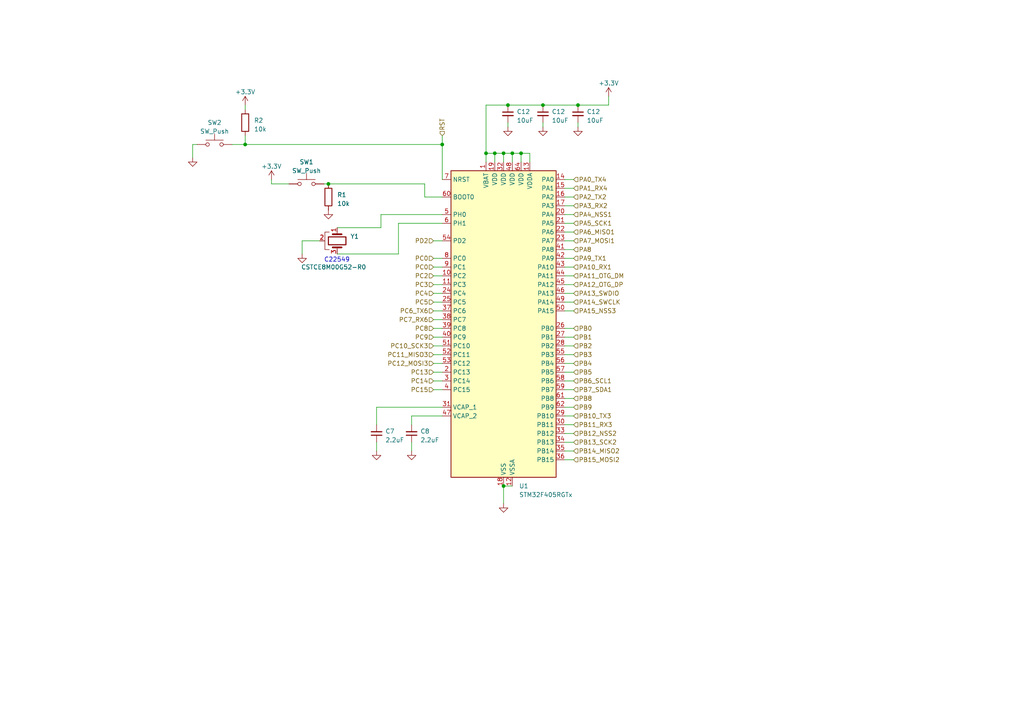
<source format=kicad_sch>
(kicad_sch (version 20230121) (generator eeschema)
  (paper "A4")
  (title_block (title "Neohertz STM32F4 Flight Controller") (date "2023-07-21") (rev "001") (company "Neohertz"))
  (lib_symbols
    (symbol "Device:C_Small" (pin_numbers hide) (pin_names (offset 0.254) hide)
      (property "Reference" "C" (at 0.254 1.778 0))
      (property "Value" "C_Small" (at 0.254 -2.032 0))
      (symbol "C_Small_0_1"
        (polyline (pts (xy -1.524 -0.508) (xy 1.524 -0.508)) (stroke (width 0.3302)))
        (polyline (pts (xy -1.524 0.508) (xy 1.524 0.508)) (stroke (width 0.3048)))
      )
      (symbol "C_Small_1_1"
        (pin passive line (at 0 2.54 270) (length 2.032) (name "~") (number "1"))
        (pin passive line (at 0 -2.54 90) (length 2.032) (name "~") (number "2"))
      )
    )
    (symbol "Device:Crystal_GND2" (pin_names (offset 1.016) hide)
      (property "Reference" "Y" (at 0 5.715 0))
      (property "Value" "Crystal_GND2" (at 0 3.81 0))
      (symbol "Crystal_GND2_0_1"
        (rectangle (start -1.143 2.54) (end 1.143 -2.54) (stroke (width 0.3048)))
        (polyline (pts (xy -2.54 0) (xy -1.905 0)))
        (polyline (pts (xy -1.905 -1.27) (xy -1.905 1.27)) (stroke (width 0.508)))
        (polyline (pts (xy 0 -3.81) (xy 0 -3.556)))
        (polyline (pts (xy 1.905 0) (xy 2.54 0)))
        (polyline (pts (xy 1.905 1.27) (xy 1.905 -1.27)) (stroke (width 0.508)))
        (polyline (pts (xy -2.54 -2.286) (xy -2.54 -3.556) (xy 2.54 -3.556) (xy 2.54 -2.286)))
      )
      (symbol "Crystal_GND2_1_1"
        (pin passive line (at -3.81 0 0) (length 1.27) (name "1") (number "1"))
        (pin passive line (at 0 -5.08 90) (length 1.27) (name "2") (number "2"))
        (pin passive line (at 3.81 0 180) (length 1.27) (name "3") (number "3"))
      )
    )
    (symbol "Device:R" (pin_numbers hide) (pin_names (offset 0))
      (property "Reference" "R" (at 2.032 0 90))
      (property "Value" "R" (at 0 0 90))
      (symbol "R_0_1"
        (rectangle (start -1.016 -2.54) (end 1.016 2.54) (stroke (width 0.254)))
      )
      (symbol "R_1_1"
        (pin passive line (at 0 3.81 270) (length 1.27) (name "~") (number "1"))
        (pin passive line (at 0 -3.81 90) (length 1.27) (name "~") (number "2"))
      )
    )
    (symbol "MCU_ST_STM32F4:STM32F405RGTx"
      (property "Reference" "U" (at -15.24 46.99 0))
      (property "Value" "STM32F405RGTx" (at 10.16 46.99 0))
      (symbol "STM32F405RGTx_0_1"
        (rectangle (start -15.24 -43.18) (end 15.24 45.72) (stroke (width 0.254)) (fill (type background)))
      )
      (symbol "STM32F405RGTx_1_1"
        (pin power_in line (at -5.08 48.26 270) (length 2.54) (name "VBAT") (number "1"))
        (pin bidirectional line (at -17.78 15.24 0) (length 2.54) (name "PC2") (number "10"))
        (pin bidirectional line (at -17.78 12.7 0) (length 2.54) (name "PC3") (number "11"))
        (pin power_in line (at 2.54 -45.72 90) (length 2.54) (name "VSSA") (number "12"))
        (pin power_in line (at 7.62 48.26 270) (length 2.54) (name "VDDA") (number "13"))
        (pin bidirectional line (at 17.78 43.18 180) (length 2.54) (name "PA0") (number "14"))
        (pin bidirectional line (at 17.78 40.64 180) (length 2.54) (name "PA1") (number "15"))
        (pin bidirectional line (at 17.78 38.1 180) (length 2.54) (name "PA2") (number "16"))
        (pin bidirectional line (at 17.78 35.56 180) (length 2.54) (name "PA3") (number "17"))
        (pin power_in line (at 0 -45.72 90) (length 2.54) (name "VSS") (number "18"))
        (pin power_in line (at -2.54 48.26 270) (length 2.54) (name "VDD") (number "19"))
        (pin bidirectional line (at -17.78 -12.7 0) (length 2.54) (name "PC13") (number "2"))
        (pin bidirectional line (at 17.78 33.02 180) (length 2.54) (name "PA4") (number "20"))
        (pin bidirectional line (at 17.78 30.48 180) (length 2.54) (name "PA5") (number "21"))
        (pin bidirectional line (at 17.78 27.94 180) (length 2.54) (name "PA6") (number "22"))
        (pin bidirectional line (at 17.78 25.4 180) (length 2.54) (name "PA7") (number "23"))
        (pin bidirectional line (at -17.78 10.16 0) (length 2.54) (name "PC4") (number "24"))
        (pin bidirectional line (at -17.78 7.62 0) (length 2.54) (name "PC5") (number "25"))
        (pin bidirectional line (at 17.78 0 180) (length 2.54) (name "PB0") (number "26"))
        (pin bidirectional line (at 17.78 -2.54 180) (length 2.54) (name "PB1") (number "27"))
        (pin bidirectional line (at 17.78 -5.08 180) (length 2.54) (name "PB2") (number "28"))
        (pin bidirectional line (at 17.78 -25.4 180) (length 2.54) (name "PB10") (number "29"))
        (pin bidirectional line (at -17.78 -15.24 0) (length 2.54) (name "PC14") (number "3"))
        (pin bidirectional line (at 17.78 -27.94 180) (length 2.54) (name "PB11") (number "30"))
        (pin power_out line (at -17.78 -22.86 0) (length 2.54) (name "VCAP_1") (number "31"))
        (pin power_in line (at 0 48.26 270) (length 2.54) (name "VDD") (number "32"))
        (pin bidirectional line (at 17.78 -30.48 180) (length 2.54) (name "PB12") (number "33"))
        (pin bidirectional line (at 17.78 -33.02 180) (length 2.54) (name "PB13") (number "34"))
        (pin bidirectional line (at 17.78 -35.56 180) (length 2.54) (name "PB14") (number "35"))
        (pin bidirectional line (at 17.78 -38.1 180) (length 2.54) (name "PB15") (number "36"))
        (pin bidirectional line (at -17.78 5.08 0) (length 2.54) (name "PC6") (number "37"))
        (pin bidirectional line (at -17.78 2.54 0) (length 2.54) (name "PC7") (number "38"))
        (pin bidirectional line (at -17.78 0 0) (length 2.54) (name "PC8") (number "39"))
        (pin bidirectional line (at -17.78 -17.78 0) (length 2.54) (name "PC15") (number "4"))
        (pin bidirectional line (at -17.78 -2.54 0) (length 2.54) (name "PC9") (number "40"))
        (pin bidirectional line (at 17.78 22.86 180) (length 2.54) (name "PA8") (number "41"))
        (pin bidirectional line (at 17.78 20.32 180) (length 2.54) (name "PA9") (number "42"))
        (pin bidirectional line (at 17.78 17.78 180) (length 2.54) (name "PA10") (number "43"))
        (pin bidirectional line (at 17.78 15.24 180) (length 2.54) (name "PA11") (number "44"))
        (pin bidirectional line (at 17.78 12.7 180) (length 2.54) (name "PA12") (number "45"))
        (pin bidirectional line (at 17.78 10.16 180) (length 2.54) (name "PA13") (number "46"))
        (pin power_out line (at -17.78 -25.4 0) (length 2.54) (name "VCAP_2") (number "47"))
        (pin power_in line (at 2.54 48.26 270) (length 2.54) (name "VDD") (number "48"))
        (pin bidirectional line (at 17.78 7.62 180) (length 2.54) (name "PA14") (number "49"))
        (pin bidirectional line (at -17.78 33.02 0) (length 2.54) (name "PH0") (number "5"))
        (pin bidirectional line (at 17.78 5.08 180) (length 2.54) (name "PA15") (number "50"))
        (pin bidirectional line (at -17.78 -5.08 0) (length 2.54) (name "PC10") (number "51"))
        (pin bidirectional line (at -17.78 -7.62 0) (length 2.54) (name "PC11") (number "52"))
        (pin bidirectional line (at -17.78 -10.16 0) (length 2.54) (name "PC12") (number "53"))
        (pin bidirectional line (at -17.78 25.4 0) (length 2.54) (name "PD2") (number "54"))
        (pin bidirectional line (at 17.78 -7.62 180) (length 2.54) (name "PB3") (number "55"))
        (pin bidirectional line (at 17.78 -10.16 180) (length 2.54) (name "PB4") (number "56"))
        (pin bidirectional line (at 17.78 -12.7 180) (length 2.54) (name "PB5") (number "57"))
        (pin bidirectional line (at 17.78 -15.24 180) (length 2.54) (name "PB6") (number "58"))
        (pin bidirectional line (at 17.78 -17.78 180) (length 2.54) (name "PB7") (number "59"))
        (pin bidirectional line (at -17.78 30.48 0) (length 2.54) (name "PH1") (number "6"))
        (pin input line (at -17.78 38.1 0) (length 2.54) (name "BOOT0") (number "60"))
        (pin bidirectional line (at 17.78 -20.32 180) (length 2.54) (name "PB8") (number "61"))
        (pin bidirectional line (at 17.78 -22.86 180) (length 2.54) (name "PB9") (number "62"))
        (pin passive line (at 0 -45.72 90) (length 2.54) hide (name "VSS") (number "63"))
        (pin power_in line (at 5.08 48.26 270) (length 2.54) (name "VDD") (number "64"))
        (pin input line (at -17.78 43.18 0) (length 2.54) (name "NRST") (number "7"))
        (pin bidirectional line (at -17.78 20.32 0) (length 2.54) (name "PC0") (number "8"))
        (pin bidirectional line (at -17.78 17.78 0) (length 2.54) (name "PC1") (number "9"))
      )
    )
    (symbol "Switch:SW_Push" (pin_numbers hide) (pin_names (offset 1.016) hide)
      (property "Reference" "SW" (at 1.27 2.54 0))
      (property "Value" "SW_Push" (at 0 -1.524 0))
      (symbol "SW_Push_0_1"
        (circle (center -2.032 0) (radius 0.508))
        (polyline (pts (xy 0 1.27) (xy 0 3.048)))
        (polyline (pts (xy 2.54 1.27) (xy -2.54 1.27)))
        (circle (center 2.032 0) (radius 0.508))
        (pin passive line (at -5.08 0 0) (length 2.54) (name "1") (number "1"))
        (pin passive line (at 5.08 0 180) (length 2.54) (name "2") (number "2"))
      )
    )
    (symbol "power:+3.3V" (power) (pin_names (offset 0))
      (property "Value" "+3.3V" (at 0 3.556 0))
      (symbol "+3.3V_0_1"
        (polyline (pts (xy -0.762 1.27) (xy 0 2.54)))
        (polyline (pts (xy 0 0) (xy 0 2.54)))
        (polyline (pts (xy 0 2.54) (xy 0.762 1.27)))
      )
      (symbol "+3.3V_1_1"
        (pin power_in line (at 0 0 90) (length 0) hide (name "+3.3V") (number "1"))
      )
    )
    (symbol "power:GND" (power) (pin_names (offset 0))
      (property "Value" "GND" (at 0 -3.81 0))
      (symbol "GND_0_1"
        (polyline (pts (xy 0 0) (xy 0 -1.27) (xy 1.27 -1.27) (xy 0 -2.54) (xy -1.27 -1.27) (xy 0 -1.27)))
      )
      (symbol "GND_1_1"
        (pin power_in line (at 0 0 270) (length 0) hide (name "GND") (number "1"))
      )
    )
  )
  (junction (at 167.64 30.48))
  (junction (at 95.25 53.34))
  (junction (at 146.05 44.45))
  (junction (at 140.97 44.45))
  (junction (at 128.27 41.91))
  (junction (at 157.48 30.48))
  (junction (at 146.05 140.97))
  (junction (at 143.51 44.45))
  (junction (at 151.13 44.45))
  (junction (at 148.59 44.45))
  (junction (at 147.32 30.48))
  (junction (at 71.12 41.91))
  (wire (pts (xy 97.79 66.04) (xy 110.49 66.04)))
  (wire (pts (xy 163.83 72.39) (xy 166.37 72.39)))
  (wire (pts (xy 163.83 115.57) (xy 166.37 115.57)))
  (wire (pts (xy 125.73 95.25) (xy 128.27 95.25)))
  (wire (pts (xy 163.83 59.69) (xy 166.37 59.69)))
  (wire (pts (xy 163.83 67.31) (xy 166.37 67.31)))
  (wire (pts (xy 163.83 130.81) (xy 166.37 130.81)))
  (wire (pts (xy 163.83 120.65) (xy 166.37 120.65)))
  (wire (pts (xy 163.83 69.85) (xy 166.37 69.85)))
  (wire (pts (xy 125.73 69.85) (xy 128.27 69.85)))
  (wire (pts (xy 55.88 45.72) (xy 55.88 41.91)))
  (wire (pts (xy 119.38 128.27) (xy 119.38 130.81)))
  (wire (pts (xy 125.73 107.95) (xy 128.27 107.95)))
  (wire (pts (xy 163.83 107.95) (xy 166.37 107.95)))
  (wire (pts (xy 109.22 118.11) (xy 128.27 118.11)))
  (wire (pts (xy 163.83 80.01) (xy 166.37 80.01)))
  (wire (pts (xy 97.79 73.66) (xy 115.57 73.66)))
  (wire (pts (xy 125.73 80.01) (xy 128.27 80.01)))
  (wire (pts (xy 163.83 82.55) (xy 166.37 82.55)))
  (wire (pts (xy 163.83 52.07) (xy 166.37 52.07)))
  (wire (pts (xy 163.83 64.77) (xy 166.37 64.77)))
  (wire (pts (xy 163.83 85.09) (xy 166.37 85.09)))
  (wire (pts (xy 95.25 53.34) (xy 123.19 53.34)))
  (wire (pts (xy 167.64 30.48) (xy 157.48 30.48)))
  (wire (pts (xy 176.53 30.48) (xy 167.64 30.48)))
  (wire (pts (xy 125.73 74.93) (xy 128.27 74.93)))
  (wire (pts (xy 167.64 35.56) (xy 167.64 36.83)))
  (wire (pts (xy 157.48 30.48) (xy 147.32 30.48)))
  (wire (pts (xy 78.74 52.07) (xy 78.74 53.34)))
  (wire (pts (xy 78.74 53.34) (xy 83.82 53.34)))
  (wire (pts (xy 163.83 118.11) (xy 166.37 118.11)))
  (wire (pts (xy 119.38 120.65) (xy 119.38 123.19)))
  (wire (pts (xy 71.12 39.37) (xy 71.12 41.91)))
  (wire (pts (xy 123.19 53.34) (xy 123.19 57.15)))
  (wire (pts (xy 125.73 85.09) (xy 128.27 85.09)))
  (wire (pts (xy 147.32 30.48) (xy 140.97 30.48)))
  (wire (pts (xy 125.73 105.41) (xy 128.27 105.41)))
  (wire (pts (xy 125.73 92.71) (xy 128.27 92.71)))
  (wire (pts (xy 163.83 100.33) (xy 166.37 100.33)))
  (wire (pts (xy 125.73 97.79) (xy 128.27 97.79)))
  (wire (pts (xy 140.97 44.45) (xy 143.51 44.45)))
  (wire (pts (xy 143.51 44.45) (xy 143.51 46.99)))
  (wire (pts (xy 93.98 53.34) (xy 95.25 53.34)))
  (wire (pts (xy 163.83 77.47) (xy 166.37 77.47)))
  (wire (pts (xy 140.97 46.99) (xy 140.97 44.45)))
  (wire (pts (xy 163.83 105.41) (xy 166.37 105.41)))
  (wire (pts (xy 125.73 113.03) (xy 128.27 113.03)))
  (wire (pts (xy 125.73 102.87) (xy 128.27 102.87)))
  (wire (pts (xy 125.73 82.55) (xy 128.27 82.55)))
  (wire (pts (xy 163.83 113.03) (xy 166.37 113.03)))
  (wire (pts (xy 140.97 30.48) (xy 140.97 44.45)))
  (wire (pts (xy 71.12 41.91) (xy 128.27 41.91)))
  (wire (pts (xy 163.83 74.93) (xy 166.37 74.93)))
  (wire (pts (xy 148.59 44.45) (xy 148.59 46.99)))
  (wire (pts (xy 163.83 62.23) (xy 166.37 62.23)))
  (wire (pts (xy 163.83 125.73) (xy 166.37 125.73)))
  (wire (pts (xy 128.27 64.77) (xy 115.57 64.77)))
  (wire (pts (xy 163.83 87.63) (xy 166.37 87.63)))
  (wire (pts (xy 163.83 57.15) (xy 166.37 57.15)))
  (wire (pts (xy 110.49 66.04) (xy 110.49 62.23)))
  (wire (pts (xy 146.05 44.45) (xy 146.05 46.99)))
  (wire (pts (xy 151.13 44.45) (xy 153.67 44.45)))
  (wire (pts (xy 109.22 128.27) (xy 109.22 130.81)))
  (wire (pts (xy 128.27 39.37) (xy 128.27 41.91)))
  (wire (pts (xy 123.19 57.15) (xy 128.27 57.15)))
  (wire (pts (xy 163.83 95.25) (xy 166.37 95.25)))
  (wire (pts (xy 163.83 133.35) (xy 166.37 133.35)))
  (wire (pts (xy 125.73 90.17) (xy 128.27 90.17)))
  (wire (pts (xy 115.57 64.77) (xy 115.57 73.66)))
  (wire (pts (xy 125.73 110.49) (xy 128.27 110.49)))
  (wire (pts (xy 125.73 100.33) (xy 128.27 100.33)))
  (wire (pts (xy 128.27 41.91) (xy 128.27 52.07)))
  (wire (pts (xy 163.83 97.79) (xy 166.37 97.79)))
  (wire (pts (xy 163.83 110.49) (xy 166.37 110.49)))
  (wire (pts (xy 163.83 54.61) (xy 166.37 54.61)))
  (wire (pts (xy 125.73 87.63) (xy 128.27 87.63)))
  (wire (pts (xy 109.22 118.11) (xy 109.22 123.19)))
  (wire (pts (xy 163.83 128.27) (xy 166.37 128.27)))
  (wire (pts (xy 146.05 140.97) (xy 148.59 140.97)))
  (wire (pts (xy 71.12 30.48) (xy 71.12 31.75)))
  (wire (pts (xy 146.05 44.45) (xy 148.59 44.45)))
  (wire (pts (xy 147.32 35.56) (xy 147.32 36.83)))
  (wire (pts (xy 119.38 120.65) (xy 128.27 120.65)))
  (wire (pts (xy 92.71 69.85) (xy 87.63 69.85)))
  (wire (pts (xy 163.83 123.19) (xy 166.37 123.19)))
  (wire (pts (xy 153.67 44.45) (xy 153.67 46.99)))
  (wire (pts (xy 87.63 69.85) (xy 87.63 73.66)))
  (wire (pts (xy 110.49 62.23) (xy 128.27 62.23)))
  (wire (pts (xy 176.53 27.94) (xy 176.53 30.48)))
  (wire (pts (xy 148.59 44.45) (xy 151.13 44.45)))
  (wire (pts (xy 143.51 44.45) (xy 146.05 44.45)))
  (wire (pts (xy 146.05 140.97) (xy 146.05 146.05)))
  (wire (pts (xy 163.83 102.87) (xy 166.37 102.87)))
  (wire (pts (xy 163.83 90.17) (xy 166.37 90.17)))
  (wire (pts (xy 125.73 77.47) (xy 128.27 77.47)))
  (wire (pts (xy 55.88 41.91) (xy 57.15 41.91)))
  (wire (pts (xy 157.48 35.56) (xy 157.48 36.83)))
  (wire (pts (xy 151.13 44.45) (xy 151.13 46.99)))
  (wire (pts (xy 67.31 41.91) (xy 71.12 41.91)))
  (text "C22549" (at 93.98 76.2 0) (effects (font (size 1.27 1.27)) (justify left bottom)))
  (hierarchical_label "PC2" (shape input) (at 125.73 80.01 180))
  (hierarchical_label "PA6_MISO1" (shape input) (at 166.37 67.31 0))
  (hierarchical_label "PA3_RX2" (shape input) (at 166.37 59.69 0))
  (hierarchical_label "PC6_TX6" (shape input) (at 125.73 90.17 180))
  (hierarchical_label "PA0_TX4" (shape input) (at 166.37 52.07 0))
  (hierarchical_label "PA5_SCK1" (shape input) (at 166.37 64.77 0))
  (hierarchical_label "PB6_SCL1" (shape input) (at 166.37 110.49 0))
  (hierarchical_label "PB14_MISO2" (shape input) (at 166.37 130.81 0))
  (hierarchical_label "PC9" (shape input) (at 125.73 97.79 180))
  (hierarchical_label "PC4" (shape input) (at 125.73 85.09 180))
  (hierarchical_label "PA10_RX1" (shape input) (at 166.37 77.47 0))
  (hierarchical_label "PB0" (shape input) (at 166.37 95.25 0))
  (hierarchical_label "PB8" (shape input) (at 166.37 115.57 0))
  (hierarchical_label "PD2" (shape input) (at 125.73 69.85 180))
  (hierarchical_label "PC8" (shape input) (at 125.73 95.25 180))
  (hierarchical_label "PA11_OTG_DM" (shape input) (at 166.37 80.01 0))
  (hierarchical_label "PA2_TX2" (shape input) (at 166.37 57.15 0))
  (hierarchical_label "PC15" (shape input) (at 125.73 113.03 180))
  (hierarchical_label "PC3" (shape input) (at 125.73 82.55 180))
  (hierarchical_label "PB15_MOSI2" (shape input) (at 166.37 133.35 0))
  (hierarchical_label "PB9" (shape input) (at 166.37 118.11 0))
  (hierarchical_label "PA1_RX4" (shape input) (at 166.37 54.61 0))
  (hierarchical_label "PC0" (shape input) (at 125.73 74.93 180))
  (hierarchical_label "RST" (shape input) (at 128.27 39.37 90))
  (hierarchical_label "PC14" (shape input) (at 125.73 110.49 180))
  (hierarchical_label "PB4" (shape input) (at 166.37 105.41 0))
  (hierarchical_label "PC5" (shape input) (at 125.73 87.63 180))
  (hierarchical_label "PB10_TX3" (shape input) (at 166.37 120.65 0))
  (hierarchical_label "PC12_MOSI3" (shape input) (at 125.73 105.41 180))
  (hierarchical_label "PC10_SCK3" (shape input) (at 125.73 100.33 180))
  (hierarchical_label "PC7_RX6" (shape input) (at 125.73 92.71 180))
  (hierarchical_label "PB1" (shape input) (at 166.37 97.79 0))
  (hierarchical_label "PC13" (shape input) (at 125.73 107.95 180))
  (hierarchical_label "PB7_SDA1" (shape input) (at 166.37 113.03 0))
  (hierarchical_label "PA8" (shape input) (at 166.37 72.39 0))
  (hierarchical_label "PA7_MOSI1" (shape input) (at 166.37 69.85 0))
  (hierarchical_label "PC0" (shape input) (at 125.73 77.47 180))
  (hierarchical_label "PC11_MISO3" (shape input) (at 125.73 102.87 180))
  (hierarchical_label "PB2" (shape input) (at 166.37 100.33 0))
  (hierarchical_label "PB5" (shape input) (at 166.37 107.95 0))
  (hierarchical_label "PA13_SWDIO" (shape input) (at 166.37 85.09 0))
  (hierarchical_label "PA15_NSS3" (shape input) (at 166.37 90.17 0))
  (hierarchical_label "PB12_NSS2" (shape input) (at 166.37 125.73 0))
  (hierarchical_label "PA4_NSS1" (shape input) (at 166.37 62.23 0))
  (hierarchical_label "PA9_TX1" (shape input) (at 166.37 74.93 0))
  (hierarchical_label "PA14_SWCLK" (shape input) (at 166.37 87.63 0))
  (hierarchical_label "PA12_OTG_DP" (shape input) (at 166.37 82.55 0))
  (hierarchical_label "PB13_SCK2" (shape input) (at 166.37 128.27 0))
  (hierarchical_label "PB11_RX3" (shape input) (at 166.37 123.19 0))
  (hierarchical_label "PB3" (shape input) (at 166.37 102.87 0))
  (symbol (lib_id "power:GND") (at 55.88 45.72 0) (unit 1)
    (property "Reference" "#PWR03" (effects hide))
    (property "Value" "GND" (effects hide))
  )
  (symbol (lib_id "power:+3.3V") (at 78.74 52.07 0) (unit 1)
    (property "Reference" "#PWR07" (effects hide))
    (property "Value" "+3.3V" (at 78.74 48.26 0))
  )
  (symbol (lib_id "Device:C_Small") (at 167.64 33.02 0) (unit 1)
    (property "Reference" "C12" (at 170.18 32.3913 0) (effects (justify left)))
    (property "Value" "10uF" (at 170.18 34.9313 0) (effects (justify left)))
    (property "Footprint" "Capacitor_SMD:C_0402_1005Metric_Pad0.74x0.62mm_HandSolder" (effects hide))
    (instances (project "NHz_F4_FC" (path "" (reference "C12") (unit 1)) (path "" (reference "C16") (unit 1))))
  )
  (symbol (lib_id "power:GND") (at 147.32 36.83 0) (unit 1)
    (property "Reference" "#PWR044" (effects hide))
    (property "Value" "GND" (effects hide))
  )
  (symbol (lib_id "Device:R") (at 71.12 35.56 0) (unit 1)
    (property "Reference" "R2" (at 73.66 34.925 0) (effects (justify left)))
    (property "Value" "10k" (at 73.66 37.465 0) (effects (justify left)))
    (property "Footprint" "Resistor_SMD:R_0402_1005Metric_Pad0.72x0.64mm_HandSolder" (effects hide))
  )
  (symbol (lib_id "power:+3.3V") (at 176.53 27.94 0) (unit 1)
    (property "Reference" "#PWR06" (effects hide))
    (property "Value" "+3.3V" (at 176.53 24.13 0))
  )
  (symbol (lib_id "Device:Crystal_GND2") (at 97.79 69.85 270) (unit 1)
    (property "Reference" "Y1" (at 101.6 68.58 90) (effects (justify left)))
    (property "Value" " 	CSTCE8M00G52-R0" (at 82.55 77.47 90) (effects (justify left)))
    (property "Footprint" "Crystal:Resonator_SMD_Murata_CSTxExxV-3Pin_3.0x1.1mm" (effects hide))
  )
  (symbol (lib_id "power:GND") (at 109.22 130.81 0) (unit 1)
    (property "Reference" "#PWR034" (effects hide))
    (property "Value" "GND" (effects hide))
  )
  (symbol (lib_id "power:GND") (at 119.38 130.81 0) (unit 1)
    (property "Reference" "#PWR033" (effects hide))
    (property "Value" "GND" (effects hide))
  )
  (symbol (lib_id "power:GND") (at 146.05 146.05 0) (unit 1)
    (property "Reference" "#PWR01" (effects hide))
    (property "Value" "GND" (effects hide))
  )
  (symbol (lib_id "power:GND") (at 157.48 36.83 0) (unit 1)
    (property "Reference" "#PWR045" (effects hide))
    (property "Value" "GND" (effects hide))
  )
  (symbol (lib_id "Device:C_Small") (at 157.48 33.02 0) (unit 1)
    (property "Reference" "C12" (at 160.02 32.3913 0) (effects (justify left)))
    (property "Value" "10uF" (at 160.02 34.9313 0) (effects (justify left)))
    (property "Footprint" "Capacitor_SMD:C_0402_1005Metric_Pad0.74x0.62mm_HandSolder" (effects hide))
    (instances (project "NHz_F4_FC" (path "" (reference "C12") (unit 1)) (path "" (reference "C15") (unit 1))))
  )
  (symbol (lib_id "MCU_ST_STM32F4:STM32F405RGTx") (at 146.05 95.25 0) (unit 1)
    (property "Reference" "U1" (at 150.5459 140.97 0) (effects (justify left)))
    (property "Value" "STM32F405RGTx" (at 150.5459 143.51 0) (effects (justify left)))
    (property "Footprint" "Package_QFP:LQFP-64_10x10mm_P0.5mm" (effects hide))
    (property "Datasheet" "https://www.st.com/resource/en/datasheet/stm32f405rg.pdf" (effects hide))
  )
  (symbol (lib_id "Device:R") (at 95.25 57.15 0) (unit 1)
    (property "Reference" "R1" (at 97.79 56.515 0) (effects (justify left)))
    (property "Value" "10k" (at 97.79 59.055 0) (effects (justify left)))
    (property "Footprint" "Resistor_SMD:R_0402_1005Metric_Pad0.72x0.64mm_HandSolder" (effects hide))
  )
  (symbol (lib_id "Switch:SW_Push") (at 88.9 53.34 0) (unit 1)
    (property "Reference" "SW1" (at 88.9 46.99 0))
    (property "Value" "SW_Push" (at 88.9 49.53 0))
    (property "Footprint" "Jumper:SolderJumper-2_P1.3mm_Open_Pad1.0x1.5mm" (effects hide))
  )
  (symbol (lib_id "power:GND") (at 87.63 73.66 0) (unit 1)
    (property "Reference" "#PWR05" (effects hide))
    (property "Value" "GND" (effects hide))
  )
  (symbol (lib_id "power:GND") (at 95.25 60.96 0) (unit 1)
    (property "Reference" "#PWR02" (effects hide))
    (property "Value" "GND" (effects hide))
  )
  (symbol (lib_id "Switch:SW_Push") (at 62.23 41.91 0) (unit 1)
    (property "Reference" "SW2" (at 62.23 35.56 0))
    (property "Value" "SW_Push" (at 62.23 38.1 0))
    (property "Footprint" "Jumper:SolderJumper-2_P1.3mm_Open_Pad1.0x1.5mm" (effects hide))
  )
  (symbol (lib_id "Device:C_Small") (at 109.22 125.73 180) (unit 1)
    (property "Reference" "C7" (at 111.76 125.0886 0) (effects (justify right)))
    (property "Value" "2.2uF" (at 111.76 127.6286 0) (effects (justify right)))
    (property "Footprint" "Capacitor_SMD:C_0402_1005Metric_Pad0.74x0.62mm_HandSolder" (effects hide))
  )
  (symbol (lib_id "power:GND") (at 167.64 36.83 0) (unit 1)
    (property "Reference" "#PWR046" (effects hide))
    (property "Value" "GND" (effects hide))
  )
  (symbol (lib_id "Device:C_Small") (at 119.38 125.73 180) (unit 1)
    (property "Reference" "C8" (at 121.92 125.0886 0) (effects (justify right)))
    (property "Value" "2.2uF" (at 121.92 127.6286 0) (effects (justify right)))
    (property "Footprint" "Capacitor_SMD:C_0402_1005Metric_Pad0.74x0.62mm_HandSolder" (effects hide))
  )
  (symbol (lib_id "power:+3.3V") (at 71.12 30.48 0) (unit 1)
    (property "Reference" "#PWR04" (effects hide))
    (property "Value" "+3.3V" (at 71.12 26.67 0))
  )
  (symbol (lib_id "Device:C_Small") (at 147.32 33.02 0) (unit 1)
    (property "Reference" "C12" (at 149.86 32.3913 0) (effects (justify left)))
    (property "Value" "10uF" (at 149.86 34.9313 0) (effects (justify left)))
    (property "Footprint" "Capacitor_SMD:C_0402_1005Metric_Pad0.74x0.62mm_HandSolder" (effects hide))
    (instances (project "NHz_F4_FC" (path "" (reference "C12") (unit 1)) (path "" (reference "C14") (unit 1))))
  )
)
</source>
